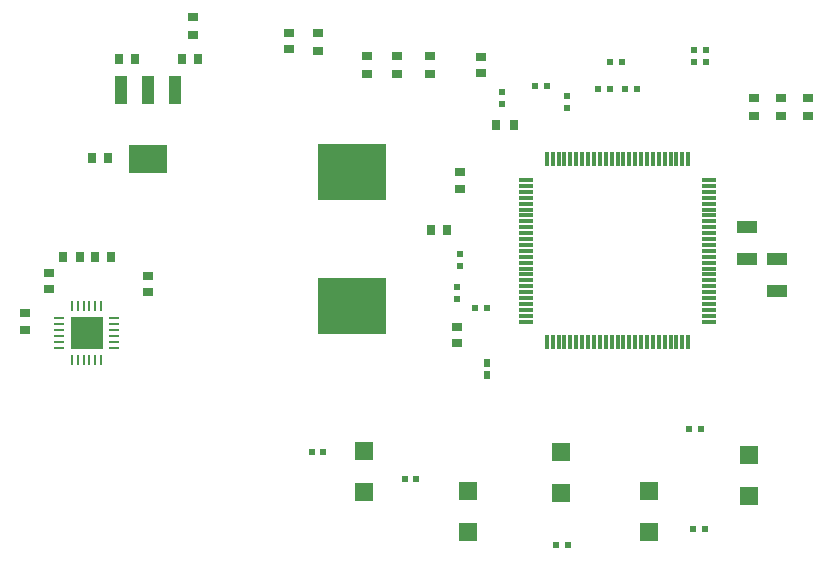
<source format=gtp>
%FSTAX23Y23*%
%MOIN*%
%SFA1B1*%

%IPPOS*%
%ADD10R,0.035430X0.027560*%
%ADD11R,0.226380X0.187010*%
%ADD12O,0.037400X0.009840*%
%ADD13O,0.009840X0.037400*%
%ADD14R,0.106300X0.106300*%
%ADD15R,0.019690X0.023620*%
%ADD16R,0.023620X0.019690*%
%ADD17R,0.020000X0.025000*%
%ADD18R,0.035430X0.031500*%
%ADD19R,0.031500X0.035430*%
%ADD20R,0.066930X0.043310*%
%ADD21R,0.059060X0.059060*%
%ADD22R,0.047240X0.011810*%
%ADD23R,0.011810X0.047240*%
%ADD24R,0.129920X0.094490*%
%ADD25R,0.039370X0.094490*%
%ADD26R,0.027560X0.035430*%
%LNhanc_digital-1*%
%LPD*%
G54D10*
X0626Y04249D03*
Y0419D03*
X0617Y04249D03*
Y0419D03*
X0608D03*
Y04249D03*
X0421Y0446D03*
Y04519D03*
X05Y04389D03*
Y0433D03*
X04625Y04464D03*
Y04405D03*
X0479Y04389D03*
Y0433D03*
X0489Y04389D03*
Y0433D03*
G54D11*
X0474Y04003D03*
Y03556D03*
G54D12*
X03764Y03514D03*
Y03494D03*
Y03474D03*
Y03455D03*
Y03435D03*
Y03415D03*
X03945D03*
Y03435D03*
Y03455D03*
Y03474D03*
Y03494D03*
Y03514D03*
G54D13*
X03805Y03374D03*
X03825D03*
X03845D03*
X03864D03*
X03884D03*
X03904D03*
Y03555D03*
X03884D03*
X03864D03*
X03845D03*
X03825D03*
X03805D03*
G54D14*
X03855Y03465D03*
G54D15*
X0509Y03619D03*
Y0358D03*
X05457Y04215D03*
Y04254D03*
X0524Y0423D03*
Y04269D03*
X051Y0369D03*
Y03729D03*
G54D16*
X04644Y0307D03*
X04605D03*
X04954Y0298D03*
X04915D03*
X05459Y0276D03*
X0542D03*
X05915Y02812D03*
X05876D03*
X05902Y03146D03*
X05863D03*
X0588Y0437D03*
X05919D03*
X0588Y0441D03*
X05919D03*
X05689Y0428D03*
X0565D03*
X05639Y0437D03*
X056D03*
X0556Y0428D03*
X05599D03*
X0535Y0429D03*
X05389D03*
X0515Y0355D03*
X05189D03*
G54D17*
X0519Y03325D03*
Y03365D03*
G54D18*
X0509Y03432D03*
Y03487D03*
X0365Y03477D03*
Y03532D03*
X0373Y03612D03*
Y03667D03*
X0406Y03602D03*
Y03657D03*
X0517Y04332D03*
Y04387D03*
X0453Y04467D03*
Y04412D03*
X051Y03947D03*
Y04002D03*
G54D19*
X05057Y0381D03*
X05002D03*
X03832Y0372D03*
X03777D03*
X03937D03*
X03882D03*
X03872Y0405D03*
X03927D03*
X04227Y0438D03*
X04172D03*
X03962D03*
X04017D03*
G54D20*
X06055Y03818D03*
Y03711D03*
X06155Y03713D03*
Y03606D03*
G54D21*
X0478Y03072D03*
Y02935D03*
X05127Y0294D03*
Y02802D03*
X0573Y0294D03*
Y02802D03*
X06063Y02922D03*
Y03059D03*
X05435Y0307D03*
Y02932D03*
G54D22*
X05319Y03976D03*
Y03956D03*
Y03936D03*
Y03917D03*
Y03897D03*
Y03877D03*
Y03858D03*
Y03838D03*
Y03818D03*
Y03799D03*
Y03779D03*
Y03759D03*
Y0374D03*
Y0372D03*
Y037D03*
Y0368D03*
Y03661D03*
Y03641D03*
Y03621D03*
Y03602D03*
Y03582D03*
Y03562D03*
Y03543D03*
Y03523D03*
Y03503D03*
X0593D03*
Y03523D03*
Y03543D03*
Y03562D03*
Y03582D03*
Y03602D03*
Y03621D03*
Y03641D03*
Y03661D03*
Y0368D03*
Y037D03*
Y0372D03*
Y0374D03*
Y03759D03*
Y03779D03*
Y03799D03*
Y03818D03*
Y03838D03*
Y03858D03*
Y03877D03*
Y03897D03*
Y03917D03*
Y03936D03*
Y03956D03*
Y03976D03*
G54D23*
X05388Y03434D03*
X05408D03*
X05428D03*
X05447D03*
X05467D03*
X05487D03*
X05506D03*
X05526D03*
X05546D03*
X05565D03*
X05585D03*
X05605D03*
X05625D03*
X05644D03*
X05664D03*
X05684D03*
X05703D03*
X05723D03*
X05743D03*
X05762D03*
X05782D03*
X05802D03*
X05821D03*
X05841D03*
X05861D03*
Y04045D03*
X05841D03*
X05821D03*
X05802D03*
X05782D03*
X05762D03*
X05743D03*
X05723D03*
X05703D03*
X05684D03*
X05664D03*
X05644D03*
X05625D03*
X05605D03*
X05585D03*
X05565D03*
X05546D03*
X05526D03*
X05506D03*
X05487D03*
X05467D03*
X05447D03*
X05428D03*
X05408D03*
X05388D03*
G54D24*
X0406Y04045D03*
G54D25*
X03969Y04274D03*
X0406D03*
X0415D03*
G54D26*
X05279Y0416D03*
X0522D03*
M02*
</source>
